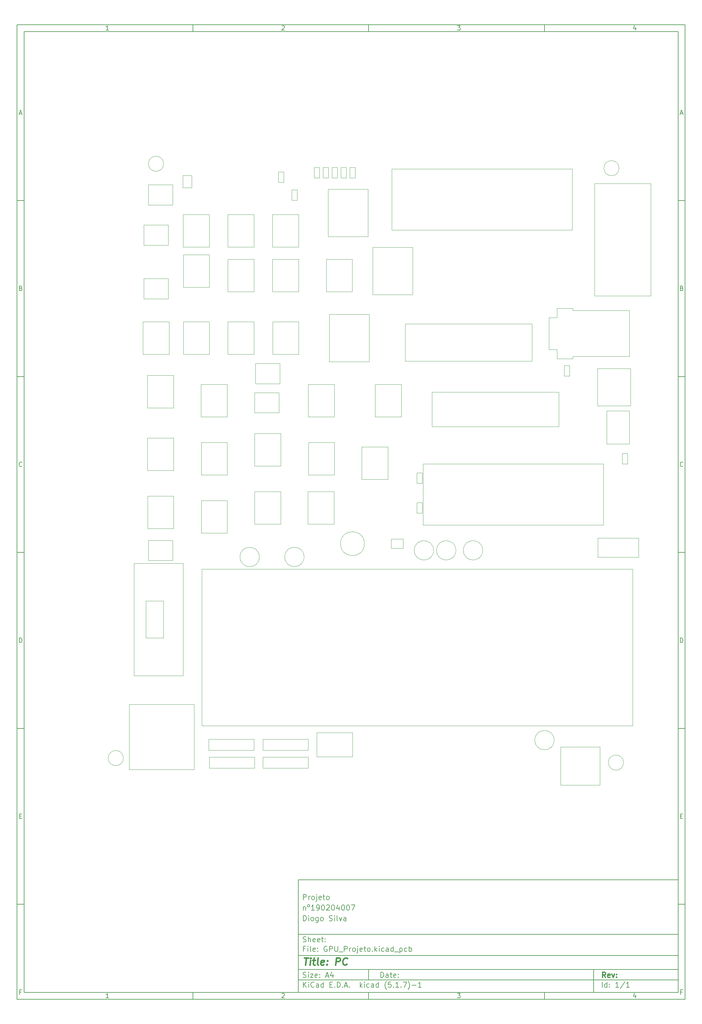
<source format=gbr>
%TF.GenerationSoftware,KiCad,Pcbnew,(5.1.7)-1*%
%TF.CreationDate,2021-02-02T03:53:03+00:00*%
%TF.ProjectId,GPU_Projeto,4750555f-5072-46f6-9a65-746f2e6b6963,rev?*%
%TF.SameCoordinates,Original*%
%TF.FileFunction,Other,User*%
%FSLAX46Y46*%
G04 Gerber Fmt 4.6, Leading zero omitted, Abs format (unit mm)*
G04 Created by KiCad (PCBNEW (5.1.7)-1) date 2021-02-02 03:53:03*
%MOMM*%
%LPD*%
G01*
G04 APERTURE LIST*
%ADD10C,0.100000*%
%ADD11C,0.150000*%
%ADD12C,0.300000*%
%ADD13C,0.400000*%
%ADD14C,0.050000*%
G04 APERTURE END LIST*
D10*
D11*
X90007200Y-253002200D02*
X90007200Y-285002200D01*
X198007200Y-285002200D01*
X198007200Y-253002200D01*
X90007200Y-253002200D01*
D10*
D11*
X10000000Y-10000000D02*
X10000000Y-287002200D01*
X200007200Y-287002200D01*
X200007200Y-10000000D01*
X10000000Y-10000000D01*
D10*
D11*
X12000000Y-12000000D02*
X12000000Y-285002200D01*
X198007200Y-285002200D01*
X198007200Y-12000000D01*
X12000000Y-12000000D01*
D10*
D11*
X60000000Y-12000000D02*
X60000000Y-10000000D01*
D10*
D11*
X110000000Y-12000000D02*
X110000000Y-10000000D01*
D10*
D11*
X160000000Y-12000000D02*
X160000000Y-10000000D01*
D10*
D11*
X36065476Y-11588095D02*
X35322619Y-11588095D01*
X35694047Y-11588095D02*
X35694047Y-10288095D01*
X35570238Y-10473809D01*
X35446428Y-10597619D01*
X35322619Y-10659523D01*
D10*
D11*
X85322619Y-10411904D02*
X85384523Y-10350000D01*
X85508333Y-10288095D01*
X85817857Y-10288095D01*
X85941666Y-10350000D01*
X86003571Y-10411904D01*
X86065476Y-10535714D01*
X86065476Y-10659523D01*
X86003571Y-10845238D01*
X85260714Y-11588095D01*
X86065476Y-11588095D01*
D10*
D11*
X135260714Y-10288095D02*
X136065476Y-10288095D01*
X135632142Y-10783333D01*
X135817857Y-10783333D01*
X135941666Y-10845238D01*
X136003571Y-10907142D01*
X136065476Y-11030952D01*
X136065476Y-11340476D01*
X136003571Y-11464285D01*
X135941666Y-11526190D01*
X135817857Y-11588095D01*
X135446428Y-11588095D01*
X135322619Y-11526190D01*
X135260714Y-11464285D01*
D10*
D11*
X185941666Y-10721428D02*
X185941666Y-11588095D01*
X185632142Y-10226190D02*
X185322619Y-11154761D01*
X186127380Y-11154761D01*
D10*
D11*
X60000000Y-285002200D02*
X60000000Y-287002200D01*
D10*
D11*
X110000000Y-285002200D02*
X110000000Y-287002200D01*
D10*
D11*
X160000000Y-285002200D02*
X160000000Y-287002200D01*
D10*
D11*
X36065476Y-286590295D02*
X35322619Y-286590295D01*
X35694047Y-286590295D02*
X35694047Y-285290295D01*
X35570238Y-285476009D01*
X35446428Y-285599819D01*
X35322619Y-285661723D01*
D10*
D11*
X85322619Y-285414104D02*
X85384523Y-285352200D01*
X85508333Y-285290295D01*
X85817857Y-285290295D01*
X85941666Y-285352200D01*
X86003571Y-285414104D01*
X86065476Y-285537914D01*
X86065476Y-285661723D01*
X86003571Y-285847438D01*
X85260714Y-286590295D01*
X86065476Y-286590295D01*
D10*
D11*
X135260714Y-285290295D02*
X136065476Y-285290295D01*
X135632142Y-285785533D01*
X135817857Y-285785533D01*
X135941666Y-285847438D01*
X136003571Y-285909342D01*
X136065476Y-286033152D01*
X136065476Y-286342676D01*
X136003571Y-286466485D01*
X135941666Y-286528390D01*
X135817857Y-286590295D01*
X135446428Y-286590295D01*
X135322619Y-286528390D01*
X135260714Y-286466485D01*
D10*
D11*
X185941666Y-285723628D02*
X185941666Y-286590295D01*
X185632142Y-285228390D02*
X185322619Y-286156961D01*
X186127380Y-286156961D01*
D10*
D11*
X10000000Y-60000000D02*
X12000000Y-60000000D01*
D10*
D11*
X10000000Y-110000000D02*
X12000000Y-110000000D01*
D10*
D11*
X10000000Y-160000000D02*
X12000000Y-160000000D01*
D10*
D11*
X10000000Y-210000000D02*
X12000000Y-210000000D01*
D10*
D11*
X10000000Y-260000000D02*
X12000000Y-260000000D01*
D10*
D11*
X10690476Y-35216666D02*
X11309523Y-35216666D01*
X10566666Y-35588095D02*
X11000000Y-34288095D01*
X11433333Y-35588095D01*
D10*
D11*
X11092857Y-84907142D02*
X11278571Y-84969047D01*
X11340476Y-85030952D01*
X11402380Y-85154761D01*
X11402380Y-85340476D01*
X11340476Y-85464285D01*
X11278571Y-85526190D01*
X11154761Y-85588095D01*
X10659523Y-85588095D01*
X10659523Y-84288095D01*
X11092857Y-84288095D01*
X11216666Y-84350000D01*
X11278571Y-84411904D01*
X11340476Y-84535714D01*
X11340476Y-84659523D01*
X11278571Y-84783333D01*
X11216666Y-84845238D01*
X11092857Y-84907142D01*
X10659523Y-84907142D01*
D10*
D11*
X11402380Y-135464285D02*
X11340476Y-135526190D01*
X11154761Y-135588095D01*
X11030952Y-135588095D01*
X10845238Y-135526190D01*
X10721428Y-135402380D01*
X10659523Y-135278571D01*
X10597619Y-135030952D01*
X10597619Y-134845238D01*
X10659523Y-134597619D01*
X10721428Y-134473809D01*
X10845238Y-134350000D01*
X11030952Y-134288095D01*
X11154761Y-134288095D01*
X11340476Y-134350000D01*
X11402380Y-134411904D01*
D10*
D11*
X10659523Y-185588095D02*
X10659523Y-184288095D01*
X10969047Y-184288095D01*
X11154761Y-184350000D01*
X11278571Y-184473809D01*
X11340476Y-184597619D01*
X11402380Y-184845238D01*
X11402380Y-185030952D01*
X11340476Y-185278571D01*
X11278571Y-185402380D01*
X11154761Y-185526190D01*
X10969047Y-185588095D01*
X10659523Y-185588095D01*
D10*
D11*
X10721428Y-234907142D02*
X11154761Y-234907142D01*
X11340476Y-235588095D02*
X10721428Y-235588095D01*
X10721428Y-234288095D01*
X11340476Y-234288095D01*
D10*
D11*
X11185714Y-284907142D02*
X10752380Y-284907142D01*
X10752380Y-285588095D02*
X10752380Y-284288095D01*
X11371428Y-284288095D01*
D10*
D11*
X200007200Y-60000000D02*
X198007200Y-60000000D01*
D10*
D11*
X200007200Y-110000000D02*
X198007200Y-110000000D01*
D10*
D11*
X200007200Y-160000000D02*
X198007200Y-160000000D01*
D10*
D11*
X200007200Y-210000000D02*
X198007200Y-210000000D01*
D10*
D11*
X200007200Y-260000000D02*
X198007200Y-260000000D01*
D10*
D11*
X198697676Y-35216666D02*
X199316723Y-35216666D01*
X198573866Y-35588095D02*
X199007200Y-34288095D01*
X199440533Y-35588095D01*
D10*
D11*
X199100057Y-84907142D02*
X199285771Y-84969047D01*
X199347676Y-85030952D01*
X199409580Y-85154761D01*
X199409580Y-85340476D01*
X199347676Y-85464285D01*
X199285771Y-85526190D01*
X199161961Y-85588095D01*
X198666723Y-85588095D01*
X198666723Y-84288095D01*
X199100057Y-84288095D01*
X199223866Y-84350000D01*
X199285771Y-84411904D01*
X199347676Y-84535714D01*
X199347676Y-84659523D01*
X199285771Y-84783333D01*
X199223866Y-84845238D01*
X199100057Y-84907142D01*
X198666723Y-84907142D01*
D10*
D11*
X199409580Y-135464285D02*
X199347676Y-135526190D01*
X199161961Y-135588095D01*
X199038152Y-135588095D01*
X198852438Y-135526190D01*
X198728628Y-135402380D01*
X198666723Y-135278571D01*
X198604819Y-135030952D01*
X198604819Y-134845238D01*
X198666723Y-134597619D01*
X198728628Y-134473809D01*
X198852438Y-134350000D01*
X199038152Y-134288095D01*
X199161961Y-134288095D01*
X199347676Y-134350000D01*
X199409580Y-134411904D01*
D10*
D11*
X198666723Y-185588095D02*
X198666723Y-184288095D01*
X198976247Y-184288095D01*
X199161961Y-184350000D01*
X199285771Y-184473809D01*
X199347676Y-184597619D01*
X199409580Y-184845238D01*
X199409580Y-185030952D01*
X199347676Y-185278571D01*
X199285771Y-185402380D01*
X199161961Y-185526190D01*
X198976247Y-185588095D01*
X198666723Y-185588095D01*
D10*
D11*
X198728628Y-234907142D02*
X199161961Y-234907142D01*
X199347676Y-235588095D02*
X198728628Y-235588095D01*
X198728628Y-234288095D01*
X199347676Y-234288095D01*
D10*
D11*
X199192914Y-284907142D02*
X198759580Y-284907142D01*
X198759580Y-285588095D02*
X198759580Y-284288095D01*
X199378628Y-284288095D01*
D10*
D11*
X113439342Y-280780771D02*
X113439342Y-279280771D01*
X113796485Y-279280771D01*
X114010771Y-279352200D01*
X114153628Y-279495057D01*
X114225057Y-279637914D01*
X114296485Y-279923628D01*
X114296485Y-280137914D01*
X114225057Y-280423628D01*
X114153628Y-280566485D01*
X114010771Y-280709342D01*
X113796485Y-280780771D01*
X113439342Y-280780771D01*
X115582200Y-280780771D02*
X115582200Y-279995057D01*
X115510771Y-279852200D01*
X115367914Y-279780771D01*
X115082200Y-279780771D01*
X114939342Y-279852200D01*
X115582200Y-280709342D02*
X115439342Y-280780771D01*
X115082200Y-280780771D01*
X114939342Y-280709342D01*
X114867914Y-280566485D01*
X114867914Y-280423628D01*
X114939342Y-280280771D01*
X115082200Y-280209342D01*
X115439342Y-280209342D01*
X115582200Y-280137914D01*
X116082200Y-279780771D02*
X116653628Y-279780771D01*
X116296485Y-279280771D02*
X116296485Y-280566485D01*
X116367914Y-280709342D01*
X116510771Y-280780771D01*
X116653628Y-280780771D01*
X117725057Y-280709342D02*
X117582200Y-280780771D01*
X117296485Y-280780771D01*
X117153628Y-280709342D01*
X117082200Y-280566485D01*
X117082200Y-279995057D01*
X117153628Y-279852200D01*
X117296485Y-279780771D01*
X117582200Y-279780771D01*
X117725057Y-279852200D01*
X117796485Y-279995057D01*
X117796485Y-280137914D01*
X117082200Y-280280771D01*
X118439342Y-280637914D02*
X118510771Y-280709342D01*
X118439342Y-280780771D01*
X118367914Y-280709342D01*
X118439342Y-280637914D01*
X118439342Y-280780771D01*
X118439342Y-279852200D02*
X118510771Y-279923628D01*
X118439342Y-279995057D01*
X118367914Y-279923628D01*
X118439342Y-279852200D01*
X118439342Y-279995057D01*
D10*
D11*
X90007200Y-281502200D02*
X198007200Y-281502200D01*
D10*
D11*
X91439342Y-283580771D02*
X91439342Y-282080771D01*
X92296485Y-283580771D02*
X91653628Y-282723628D01*
X92296485Y-282080771D02*
X91439342Y-282937914D01*
X92939342Y-283580771D02*
X92939342Y-282580771D01*
X92939342Y-282080771D02*
X92867914Y-282152200D01*
X92939342Y-282223628D01*
X93010771Y-282152200D01*
X92939342Y-282080771D01*
X92939342Y-282223628D01*
X94510771Y-283437914D02*
X94439342Y-283509342D01*
X94225057Y-283580771D01*
X94082200Y-283580771D01*
X93867914Y-283509342D01*
X93725057Y-283366485D01*
X93653628Y-283223628D01*
X93582200Y-282937914D01*
X93582200Y-282723628D01*
X93653628Y-282437914D01*
X93725057Y-282295057D01*
X93867914Y-282152200D01*
X94082200Y-282080771D01*
X94225057Y-282080771D01*
X94439342Y-282152200D01*
X94510771Y-282223628D01*
X95796485Y-283580771D02*
X95796485Y-282795057D01*
X95725057Y-282652200D01*
X95582200Y-282580771D01*
X95296485Y-282580771D01*
X95153628Y-282652200D01*
X95796485Y-283509342D02*
X95653628Y-283580771D01*
X95296485Y-283580771D01*
X95153628Y-283509342D01*
X95082200Y-283366485D01*
X95082200Y-283223628D01*
X95153628Y-283080771D01*
X95296485Y-283009342D01*
X95653628Y-283009342D01*
X95796485Y-282937914D01*
X97153628Y-283580771D02*
X97153628Y-282080771D01*
X97153628Y-283509342D02*
X97010771Y-283580771D01*
X96725057Y-283580771D01*
X96582200Y-283509342D01*
X96510771Y-283437914D01*
X96439342Y-283295057D01*
X96439342Y-282866485D01*
X96510771Y-282723628D01*
X96582200Y-282652200D01*
X96725057Y-282580771D01*
X97010771Y-282580771D01*
X97153628Y-282652200D01*
X99010771Y-282795057D02*
X99510771Y-282795057D01*
X99725057Y-283580771D02*
X99010771Y-283580771D01*
X99010771Y-282080771D01*
X99725057Y-282080771D01*
X100367914Y-283437914D02*
X100439342Y-283509342D01*
X100367914Y-283580771D01*
X100296485Y-283509342D01*
X100367914Y-283437914D01*
X100367914Y-283580771D01*
X101082200Y-283580771D02*
X101082200Y-282080771D01*
X101439342Y-282080771D01*
X101653628Y-282152200D01*
X101796485Y-282295057D01*
X101867914Y-282437914D01*
X101939342Y-282723628D01*
X101939342Y-282937914D01*
X101867914Y-283223628D01*
X101796485Y-283366485D01*
X101653628Y-283509342D01*
X101439342Y-283580771D01*
X101082200Y-283580771D01*
X102582200Y-283437914D02*
X102653628Y-283509342D01*
X102582200Y-283580771D01*
X102510771Y-283509342D01*
X102582200Y-283437914D01*
X102582200Y-283580771D01*
X103225057Y-283152200D02*
X103939342Y-283152200D01*
X103082200Y-283580771D02*
X103582200Y-282080771D01*
X104082200Y-283580771D01*
X104582200Y-283437914D02*
X104653628Y-283509342D01*
X104582200Y-283580771D01*
X104510771Y-283509342D01*
X104582200Y-283437914D01*
X104582200Y-283580771D01*
X107582200Y-283580771D02*
X107582200Y-282080771D01*
X107725057Y-283009342D02*
X108153628Y-283580771D01*
X108153628Y-282580771D02*
X107582200Y-283152200D01*
X108796485Y-283580771D02*
X108796485Y-282580771D01*
X108796485Y-282080771D02*
X108725057Y-282152200D01*
X108796485Y-282223628D01*
X108867914Y-282152200D01*
X108796485Y-282080771D01*
X108796485Y-282223628D01*
X110153628Y-283509342D02*
X110010771Y-283580771D01*
X109725057Y-283580771D01*
X109582200Y-283509342D01*
X109510771Y-283437914D01*
X109439342Y-283295057D01*
X109439342Y-282866485D01*
X109510771Y-282723628D01*
X109582200Y-282652200D01*
X109725057Y-282580771D01*
X110010771Y-282580771D01*
X110153628Y-282652200D01*
X111439342Y-283580771D02*
X111439342Y-282795057D01*
X111367914Y-282652200D01*
X111225057Y-282580771D01*
X110939342Y-282580771D01*
X110796485Y-282652200D01*
X111439342Y-283509342D02*
X111296485Y-283580771D01*
X110939342Y-283580771D01*
X110796485Y-283509342D01*
X110725057Y-283366485D01*
X110725057Y-283223628D01*
X110796485Y-283080771D01*
X110939342Y-283009342D01*
X111296485Y-283009342D01*
X111439342Y-282937914D01*
X112796485Y-283580771D02*
X112796485Y-282080771D01*
X112796485Y-283509342D02*
X112653628Y-283580771D01*
X112367914Y-283580771D01*
X112225057Y-283509342D01*
X112153628Y-283437914D01*
X112082200Y-283295057D01*
X112082200Y-282866485D01*
X112153628Y-282723628D01*
X112225057Y-282652200D01*
X112367914Y-282580771D01*
X112653628Y-282580771D01*
X112796485Y-282652200D01*
X115082200Y-284152200D02*
X115010771Y-284080771D01*
X114867914Y-283866485D01*
X114796485Y-283723628D01*
X114725057Y-283509342D01*
X114653628Y-283152200D01*
X114653628Y-282866485D01*
X114725057Y-282509342D01*
X114796485Y-282295057D01*
X114867914Y-282152200D01*
X115010771Y-281937914D01*
X115082200Y-281866485D01*
X116367914Y-282080771D02*
X115653628Y-282080771D01*
X115582200Y-282795057D01*
X115653628Y-282723628D01*
X115796485Y-282652200D01*
X116153628Y-282652200D01*
X116296485Y-282723628D01*
X116367914Y-282795057D01*
X116439342Y-282937914D01*
X116439342Y-283295057D01*
X116367914Y-283437914D01*
X116296485Y-283509342D01*
X116153628Y-283580771D01*
X115796485Y-283580771D01*
X115653628Y-283509342D01*
X115582200Y-283437914D01*
X117082200Y-283437914D02*
X117153628Y-283509342D01*
X117082200Y-283580771D01*
X117010771Y-283509342D01*
X117082200Y-283437914D01*
X117082200Y-283580771D01*
X118582200Y-283580771D02*
X117725057Y-283580771D01*
X118153628Y-283580771D02*
X118153628Y-282080771D01*
X118010771Y-282295057D01*
X117867914Y-282437914D01*
X117725057Y-282509342D01*
X119225057Y-283437914D02*
X119296485Y-283509342D01*
X119225057Y-283580771D01*
X119153628Y-283509342D01*
X119225057Y-283437914D01*
X119225057Y-283580771D01*
X119796485Y-282080771D02*
X120796485Y-282080771D01*
X120153628Y-283580771D01*
X121225057Y-284152200D02*
X121296485Y-284080771D01*
X121439342Y-283866485D01*
X121510771Y-283723628D01*
X121582200Y-283509342D01*
X121653628Y-283152200D01*
X121653628Y-282866485D01*
X121582200Y-282509342D01*
X121510771Y-282295057D01*
X121439342Y-282152200D01*
X121296485Y-281937914D01*
X121225057Y-281866485D01*
X122367914Y-283009342D02*
X123510771Y-283009342D01*
X125010771Y-283580771D02*
X124153628Y-283580771D01*
X124582200Y-283580771D02*
X124582200Y-282080771D01*
X124439342Y-282295057D01*
X124296485Y-282437914D01*
X124153628Y-282509342D01*
D10*
D11*
X90007200Y-278502200D02*
X198007200Y-278502200D01*
D10*
D12*
X177416485Y-280780771D02*
X176916485Y-280066485D01*
X176559342Y-280780771D02*
X176559342Y-279280771D01*
X177130771Y-279280771D01*
X177273628Y-279352200D01*
X177345057Y-279423628D01*
X177416485Y-279566485D01*
X177416485Y-279780771D01*
X177345057Y-279923628D01*
X177273628Y-279995057D01*
X177130771Y-280066485D01*
X176559342Y-280066485D01*
X178630771Y-280709342D02*
X178487914Y-280780771D01*
X178202200Y-280780771D01*
X178059342Y-280709342D01*
X177987914Y-280566485D01*
X177987914Y-279995057D01*
X178059342Y-279852200D01*
X178202200Y-279780771D01*
X178487914Y-279780771D01*
X178630771Y-279852200D01*
X178702200Y-279995057D01*
X178702200Y-280137914D01*
X177987914Y-280280771D01*
X179202200Y-279780771D02*
X179559342Y-280780771D01*
X179916485Y-279780771D01*
X180487914Y-280637914D02*
X180559342Y-280709342D01*
X180487914Y-280780771D01*
X180416485Y-280709342D01*
X180487914Y-280637914D01*
X180487914Y-280780771D01*
X180487914Y-279852200D02*
X180559342Y-279923628D01*
X180487914Y-279995057D01*
X180416485Y-279923628D01*
X180487914Y-279852200D01*
X180487914Y-279995057D01*
D10*
D11*
X91367914Y-280709342D02*
X91582200Y-280780771D01*
X91939342Y-280780771D01*
X92082200Y-280709342D01*
X92153628Y-280637914D01*
X92225057Y-280495057D01*
X92225057Y-280352200D01*
X92153628Y-280209342D01*
X92082200Y-280137914D01*
X91939342Y-280066485D01*
X91653628Y-279995057D01*
X91510771Y-279923628D01*
X91439342Y-279852200D01*
X91367914Y-279709342D01*
X91367914Y-279566485D01*
X91439342Y-279423628D01*
X91510771Y-279352200D01*
X91653628Y-279280771D01*
X92010771Y-279280771D01*
X92225057Y-279352200D01*
X92867914Y-280780771D02*
X92867914Y-279780771D01*
X92867914Y-279280771D02*
X92796485Y-279352200D01*
X92867914Y-279423628D01*
X92939342Y-279352200D01*
X92867914Y-279280771D01*
X92867914Y-279423628D01*
X93439342Y-279780771D02*
X94225057Y-279780771D01*
X93439342Y-280780771D01*
X94225057Y-280780771D01*
X95367914Y-280709342D02*
X95225057Y-280780771D01*
X94939342Y-280780771D01*
X94796485Y-280709342D01*
X94725057Y-280566485D01*
X94725057Y-279995057D01*
X94796485Y-279852200D01*
X94939342Y-279780771D01*
X95225057Y-279780771D01*
X95367914Y-279852200D01*
X95439342Y-279995057D01*
X95439342Y-280137914D01*
X94725057Y-280280771D01*
X96082200Y-280637914D02*
X96153628Y-280709342D01*
X96082200Y-280780771D01*
X96010771Y-280709342D01*
X96082200Y-280637914D01*
X96082200Y-280780771D01*
X96082200Y-279852200D02*
X96153628Y-279923628D01*
X96082200Y-279995057D01*
X96010771Y-279923628D01*
X96082200Y-279852200D01*
X96082200Y-279995057D01*
X97867914Y-280352200D02*
X98582200Y-280352200D01*
X97725057Y-280780771D02*
X98225057Y-279280771D01*
X98725057Y-280780771D01*
X99867914Y-279780771D02*
X99867914Y-280780771D01*
X99510771Y-279209342D02*
X99153628Y-280280771D01*
X100082200Y-280280771D01*
D10*
D11*
X176439342Y-283580771D02*
X176439342Y-282080771D01*
X177796485Y-283580771D02*
X177796485Y-282080771D01*
X177796485Y-283509342D02*
X177653628Y-283580771D01*
X177367914Y-283580771D01*
X177225057Y-283509342D01*
X177153628Y-283437914D01*
X177082200Y-283295057D01*
X177082200Y-282866485D01*
X177153628Y-282723628D01*
X177225057Y-282652200D01*
X177367914Y-282580771D01*
X177653628Y-282580771D01*
X177796485Y-282652200D01*
X178510771Y-283437914D02*
X178582200Y-283509342D01*
X178510771Y-283580771D01*
X178439342Y-283509342D01*
X178510771Y-283437914D01*
X178510771Y-283580771D01*
X178510771Y-282652200D02*
X178582200Y-282723628D01*
X178510771Y-282795057D01*
X178439342Y-282723628D01*
X178510771Y-282652200D01*
X178510771Y-282795057D01*
X181153628Y-283580771D02*
X180296485Y-283580771D01*
X180725057Y-283580771D02*
X180725057Y-282080771D01*
X180582200Y-282295057D01*
X180439342Y-282437914D01*
X180296485Y-282509342D01*
X182867914Y-282009342D02*
X181582200Y-283937914D01*
X184153628Y-283580771D02*
X183296485Y-283580771D01*
X183725057Y-283580771D02*
X183725057Y-282080771D01*
X183582200Y-282295057D01*
X183439342Y-282437914D01*
X183296485Y-282509342D01*
D10*
D11*
X90007200Y-274502200D02*
X198007200Y-274502200D01*
D10*
D13*
X91719580Y-275206961D02*
X92862438Y-275206961D01*
X92041009Y-277206961D02*
X92291009Y-275206961D01*
X93279104Y-277206961D02*
X93445771Y-275873628D01*
X93529104Y-275206961D02*
X93421961Y-275302200D01*
X93505295Y-275397438D01*
X93612438Y-275302200D01*
X93529104Y-275206961D01*
X93505295Y-275397438D01*
X94112438Y-275873628D02*
X94874342Y-275873628D01*
X94481485Y-275206961D02*
X94267200Y-276921247D01*
X94338628Y-277111723D01*
X94517200Y-277206961D01*
X94707676Y-277206961D01*
X95660057Y-277206961D02*
X95481485Y-277111723D01*
X95410057Y-276921247D01*
X95624342Y-275206961D01*
X97195771Y-277111723D02*
X96993390Y-277206961D01*
X96612438Y-277206961D01*
X96433866Y-277111723D01*
X96362438Y-276921247D01*
X96457676Y-276159342D01*
X96576723Y-275968866D01*
X96779104Y-275873628D01*
X97160057Y-275873628D01*
X97338628Y-275968866D01*
X97410057Y-276159342D01*
X97386247Y-276349819D01*
X96410057Y-276540295D01*
X98160057Y-277016485D02*
X98243390Y-277111723D01*
X98136247Y-277206961D01*
X98052914Y-277111723D01*
X98160057Y-277016485D01*
X98136247Y-277206961D01*
X98291009Y-275968866D02*
X98374342Y-276064104D01*
X98267200Y-276159342D01*
X98183866Y-276064104D01*
X98291009Y-275968866D01*
X98267200Y-276159342D01*
X100612438Y-277206961D02*
X100862438Y-275206961D01*
X101624342Y-275206961D01*
X101802914Y-275302200D01*
X101886247Y-275397438D01*
X101957676Y-275587914D01*
X101921961Y-275873628D01*
X101802914Y-276064104D01*
X101695771Y-276159342D01*
X101493390Y-276254580D01*
X100731485Y-276254580D01*
X103779104Y-277016485D02*
X103671961Y-277111723D01*
X103374342Y-277206961D01*
X103183866Y-277206961D01*
X102910057Y-277111723D01*
X102743390Y-276921247D01*
X102671961Y-276730771D01*
X102624342Y-276349819D01*
X102660057Y-276064104D01*
X102802914Y-275683152D01*
X102921961Y-275492676D01*
X103136247Y-275302200D01*
X103433866Y-275206961D01*
X103624342Y-275206961D01*
X103898152Y-275302200D01*
X103981485Y-275397438D01*
D10*
D11*
X91939342Y-272595057D02*
X91439342Y-272595057D01*
X91439342Y-273380771D02*
X91439342Y-271880771D01*
X92153628Y-271880771D01*
X92725057Y-273380771D02*
X92725057Y-272380771D01*
X92725057Y-271880771D02*
X92653628Y-271952200D01*
X92725057Y-272023628D01*
X92796485Y-271952200D01*
X92725057Y-271880771D01*
X92725057Y-272023628D01*
X93653628Y-273380771D02*
X93510771Y-273309342D01*
X93439342Y-273166485D01*
X93439342Y-271880771D01*
X94796485Y-273309342D02*
X94653628Y-273380771D01*
X94367914Y-273380771D01*
X94225057Y-273309342D01*
X94153628Y-273166485D01*
X94153628Y-272595057D01*
X94225057Y-272452200D01*
X94367914Y-272380771D01*
X94653628Y-272380771D01*
X94796485Y-272452200D01*
X94867914Y-272595057D01*
X94867914Y-272737914D01*
X94153628Y-272880771D01*
X95510771Y-273237914D02*
X95582200Y-273309342D01*
X95510771Y-273380771D01*
X95439342Y-273309342D01*
X95510771Y-273237914D01*
X95510771Y-273380771D01*
X95510771Y-272452200D02*
X95582200Y-272523628D01*
X95510771Y-272595057D01*
X95439342Y-272523628D01*
X95510771Y-272452200D01*
X95510771Y-272595057D01*
X98153628Y-271952200D02*
X98010771Y-271880771D01*
X97796485Y-271880771D01*
X97582200Y-271952200D01*
X97439342Y-272095057D01*
X97367914Y-272237914D01*
X97296485Y-272523628D01*
X97296485Y-272737914D01*
X97367914Y-273023628D01*
X97439342Y-273166485D01*
X97582200Y-273309342D01*
X97796485Y-273380771D01*
X97939342Y-273380771D01*
X98153628Y-273309342D01*
X98225057Y-273237914D01*
X98225057Y-272737914D01*
X97939342Y-272737914D01*
X98867914Y-273380771D02*
X98867914Y-271880771D01*
X99439342Y-271880771D01*
X99582200Y-271952200D01*
X99653628Y-272023628D01*
X99725057Y-272166485D01*
X99725057Y-272380771D01*
X99653628Y-272523628D01*
X99582200Y-272595057D01*
X99439342Y-272666485D01*
X98867914Y-272666485D01*
X100367914Y-271880771D02*
X100367914Y-273095057D01*
X100439342Y-273237914D01*
X100510771Y-273309342D01*
X100653628Y-273380771D01*
X100939342Y-273380771D01*
X101082200Y-273309342D01*
X101153628Y-273237914D01*
X101225057Y-273095057D01*
X101225057Y-271880771D01*
X101582200Y-273523628D02*
X102725057Y-273523628D01*
X103082200Y-273380771D02*
X103082200Y-271880771D01*
X103653628Y-271880771D01*
X103796485Y-271952200D01*
X103867914Y-272023628D01*
X103939342Y-272166485D01*
X103939342Y-272380771D01*
X103867914Y-272523628D01*
X103796485Y-272595057D01*
X103653628Y-272666485D01*
X103082200Y-272666485D01*
X104582200Y-273380771D02*
X104582200Y-272380771D01*
X104582200Y-272666485D02*
X104653628Y-272523628D01*
X104725057Y-272452200D01*
X104867914Y-272380771D01*
X105010771Y-272380771D01*
X105725057Y-273380771D02*
X105582200Y-273309342D01*
X105510771Y-273237914D01*
X105439342Y-273095057D01*
X105439342Y-272666485D01*
X105510771Y-272523628D01*
X105582200Y-272452200D01*
X105725057Y-272380771D01*
X105939342Y-272380771D01*
X106082200Y-272452200D01*
X106153628Y-272523628D01*
X106225057Y-272666485D01*
X106225057Y-273095057D01*
X106153628Y-273237914D01*
X106082200Y-273309342D01*
X105939342Y-273380771D01*
X105725057Y-273380771D01*
X106867914Y-272380771D02*
X106867914Y-273666485D01*
X106796485Y-273809342D01*
X106653628Y-273880771D01*
X106582200Y-273880771D01*
X106867914Y-271880771D02*
X106796485Y-271952200D01*
X106867914Y-272023628D01*
X106939342Y-271952200D01*
X106867914Y-271880771D01*
X106867914Y-272023628D01*
X108153628Y-273309342D02*
X108010771Y-273380771D01*
X107725057Y-273380771D01*
X107582200Y-273309342D01*
X107510771Y-273166485D01*
X107510771Y-272595057D01*
X107582200Y-272452200D01*
X107725057Y-272380771D01*
X108010771Y-272380771D01*
X108153628Y-272452200D01*
X108225057Y-272595057D01*
X108225057Y-272737914D01*
X107510771Y-272880771D01*
X108653628Y-272380771D02*
X109225057Y-272380771D01*
X108867914Y-271880771D02*
X108867914Y-273166485D01*
X108939342Y-273309342D01*
X109082200Y-273380771D01*
X109225057Y-273380771D01*
X109939342Y-273380771D02*
X109796485Y-273309342D01*
X109725057Y-273237914D01*
X109653628Y-273095057D01*
X109653628Y-272666485D01*
X109725057Y-272523628D01*
X109796485Y-272452200D01*
X109939342Y-272380771D01*
X110153628Y-272380771D01*
X110296485Y-272452200D01*
X110367914Y-272523628D01*
X110439342Y-272666485D01*
X110439342Y-273095057D01*
X110367914Y-273237914D01*
X110296485Y-273309342D01*
X110153628Y-273380771D01*
X109939342Y-273380771D01*
X111082200Y-273237914D02*
X111153628Y-273309342D01*
X111082200Y-273380771D01*
X111010771Y-273309342D01*
X111082200Y-273237914D01*
X111082200Y-273380771D01*
X111796485Y-273380771D02*
X111796485Y-271880771D01*
X111939342Y-272809342D02*
X112367914Y-273380771D01*
X112367914Y-272380771D02*
X111796485Y-272952200D01*
X113010771Y-273380771D02*
X113010771Y-272380771D01*
X113010771Y-271880771D02*
X112939342Y-271952200D01*
X113010771Y-272023628D01*
X113082200Y-271952200D01*
X113010771Y-271880771D01*
X113010771Y-272023628D01*
X114367914Y-273309342D02*
X114225057Y-273380771D01*
X113939342Y-273380771D01*
X113796485Y-273309342D01*
X113725057Y-273237914D01*
X113653628Y-273095057D01*
X113653628Y-272666485D01*
X113725057Y-272523628D01*
X113796485Y-272452200D01*
X113939342Y-272380771D01*
X114225057Y-272380771D01*
X114367914Y-272452200D01*
X115653628Y-273380771D02*
X115653628Y-272595057D01*
X115582200Y-272452200D01*
X115439342Y-272380771D01*
X115153628Y-272380771D01*
X115010771Y-272452200D01*
X115653628Y-273309342D02*
X115510771Y-273380771D01*
X115153628Y-273380771D01*
X115010771Y-273309342D01*
X114939342Y-273166485D01*
X114939342Y-273023628D01*
X115010771Y-272880771D01*
X115153628Y-272809342D01*
X115510771Y-272809342D01*
X115653628Y-272737914D01*
X117010771Y-273380771D02*
X117010771Y-271880771D01*
X117010771Y-273309342D02*
X116867914Y-273380771D01*
X116582200Y-273380771D01*
X116439342Y-273309342D01*
X116367914Y-273237914D01*
X116296485Y-273095057D01*
X116296485Y-272666485D01*
X116367914Y-272523628D01*
X116439342Y-272452200D01*
X116582200Y-272380771D01*
X116867914Y-272380771D01*
X117010771Y-272452200D01*
X117367914Y-273523628D02*
X118510771Y-273523628D01*
X118867914Y-272380771D02*
X118867914Y-273880771D01*
X118867914Y-272452200D02*
X119010771Y-272380771D01*
X119296485Y-272380771D01*
X119439342Y-272452200D01*
X119510771Y-272523628D01*
X119582200Y-272666485D01*
X119582200Y-273095057D01*
X119510771Y-273237914D01*
X119439342Y-273309342D01*
X119296485Y-273380771D01*
X119010771Y-273380771D01*
X118867914Y-273309342D01*
X120867914Y-273309342D02*
X120725057Y-273380771D01*
X120439342Y-273380771D01*
X120296485Y-273309342D01*
X120225057Y-273237914D01*
X120153628Y-273095057D01*
X120153628Y-272666485D01*
X120225057Y-272523628D01*
X120296485Y-272452200D01*
X120439342Y-272380771D01*
X120725057Y-272380771D01*
X120867914Y-272452200D01*
X121510771Y-273380771D02*
X121510771Y-271880771D01*
X121510771Y-272452200D02*
X121653628Y-272380771D01*
X121939342Y-272380771D01*
X122082200Y-272452200D01*
X122153628Y-272523628D01*
X122225057Y-272666485D01*
X122225057Y-273095057D01*
X122153628Y-273237914D01*
X122082200Y-273309342D01*
X121939342Y-273380771D01*
X121653628Y-273380771D01*
X121510771Y-273309342D01*
D10*
D11*
X90007200Y-268502200D02*
X198007200Y-268502200D01*
D10*
D11*
X91367914Y-270609342D02*
X91582200Y-270680771D01*
X91939342Y-270680771D01*
X92082200Y-270609342D01*
X92153628Y-270537914D01*
X92225057Y-270395057D01*
X92225057Y-270252200D01*
X92153628Y-270109342D01*
X92082200Y-270037914D01*
X91939342Y-269966485D01*
X91653628Y-269895057D01*
X91510771Y-269823628D01*
X91439342Y-269752200D01*
X91367914Y-269609342D01*
X91367914Y-269466485D01*
X91439342Y-269323628D01*
X91510771Y-269252200D01*
X91653628Y-269180771D01*
X92010771Y-269180771D01*
X92225057Y-269252200D01*
X92867914Y-270680771D02*
X92867914Y-269180771D01*
X93510771Y-270680771D02*
X93510771Y-269895057D01*
X93439342Y-269752200D01*
X93296485Y-269680771D01*
X93082200Y-269680771D01*
X92939342Y-269752200D01*
X92867914Y-269823628D01*
X94796485Y-270609342D02*
X94653628Y-270680771D01*
X94367914Y-270680771D01*
X94225057Y-270609342D01*
X94153628Y-270466485D01*
X94153628Y-269895057D01*
X94225057Y-269752200D01*
X94367914Y-269680771D01*
X94653628Y-269680771D01*
X94796485Y-269752200D01*
X94867914Y-269895057D01*
X94867914Y-270037914D01*
X94153628Y-270180771D01*
X96082200Y-270609342D02*
X95939342Y-270680771D01*
X95653628Y-270680771D01*
X95510771Y-270609342D01*
X95439342Y-270466485D01*
X95439342Y-269895057D01*
X95510771Y-269752200D01*
X95653628Y-269680771D01*
X95939342Y-269680771D01*
X96082200Y-269752200D01*
X96153628Y-269895057D01*
X96153628Y-270037914D01*
X95439342Y-270180771D01*
X96582200Y-269680771D02*
X97153628Y-269680771D01*
X96796485Y-269180771D02*
X96796485Y-270466485D01*
X96867914Y-270609342D01*
X97010771Y-270680771D01*
X97153628Y-270680771D01*
X97653628Y-270537914D02*
X97725057Y-270609342D01*
X97653628Y-270680771D01*
X97582200Y-270609342D01*
X97653628Y-270537914D01*
X97653628Y-270680771D01*
X97653628Y-269752200D02*
X97725057Y-269823628D01*
X97653628Y-269895057D01*
X97582200Y-269823628D01*
X97653628Y-269752200D01*
X97653628Y-269895057D01*
D10*
D11*
X91439342Y-264680771D02*
X91439342Y-263180771D01*
X91796485Y-263180771D01*
X92010771Y-263252200D01*
X92153628Y-263395057D01*
X92225057Y-263537914D01*
X92296485Y-263823628D01*
X92296485Y-264037914D01*
X92225057Y-264323628D01*
X92153628Y-264466485D01*
X92010771Y-264609342D01*
X91796485Y-264680771D01*
X91439342Y-264680771D01*
X92939342Y-264680771D02*
X92939342Y-263680771D01*
X92939342Y-263180771D02*
X92867914Y-263252200D01*
X92939342Y-263323628D01*
X93010771Y-263252200D01*
X92939342Y-263180771D01*
X92939342Y-263323628D01*
X93867914Y-264680771D02*
X93725057Y-264609342D01*
X93653628Y-264537914D01*
X93582200Y-264395057D01*
X93582200Y-263966485D01*
X93653628Y-263823628D01*
X93725057Y-263752200D01*
X93867914Y-263680771D01*
X94082200Y-263680771D01*
X94225057Y-263752200D01*
X94296485Y-263823628D01*
X94367914Y-263966485D01*
X94367914Y-264395057D01*
X94296485Y-264537914D01*
X94225057Y-264609342D01*
X94082200Y-264680771D01*
X93867914Y-264680771D01*
X95653628Y-263680771D02*
X95653628Y-264895057D01*
X95582200Y-265037914D01*
X95510771Y-265109342D01*
X95367914Y-265180771D01*
X95153628Y-265180771D01*
X95010771Y-265109342D01*
X95653628Y-264609342D02*
X95510771Y-264680771D01*
X95225057Y-264680771D01*
X95082200Y-264609342D01*
X95010771Y-264537914D01*
X94939342Y-264395057D01*
X94939342Y-263966485D01*
X95010771Y-263823628D01*
X95082200Y-263752200D01*
X95225057Y-263680771D01*
X95510771Y-263680771D01*
X95653628Y-263752200D01*
X96582200Y-264680771D02*
X96439342Y-264609342D01*
X96367914Y-264537914D01*
X96296485Y-264395057D01*
X96296485Y-263966485D01*
X96367914Y-263823628D01*
X96439342Y-263752200D01*
X96582200Y-263680771D01*
X96796485Y-263680771D01*
X96939342Y-263752200D01*
X97010771Y-263823628D01*
X97082200Y-263966485D01*
X97082200Y-264395057D01*
X97010771Y-264537914D01*
X96939342Y-264609342D01*
X96796485Y-264680771D01*
X96582200Y-264680771D01*
X98796485Y-264609342D02*
X99010771Y-264680771D01*
X99367914Y-264680771D01*
X99510771Y-264609342D01*
X99582200Y-264537914D01*
X99653628Y-264395057D01*
X99653628Y-264252200D01*
X99582200Y-264109342D01*
X99510771Y-264037914D01*
X99367914Y-263966485D01*
X99082200Y-263895057D01*
X98939342Y-263823628D01*
X98867914Y-263752200D01*
X98796485Y-263609342D01*
X98796485Y-263466485D01*
X98867914Y-263323628D01*
X98939342Y-263252200D01*
X99082200Y-263180771D01*
X99439342Y-263180771D01*
X99653628Y-263252200D01*
X100296485Y-264680771D02*
X100296485Y-263680771D01*
X100296485Y-263180771D02*
X100225057Y-263252200D01*
X100296485Y-263323628D01*
X100367914Y-263252200D01*
X100296485Y-263180771D01*
X100296485Y-263323628D01*
X101225057Y-264680771D02*
X101082200Y-264609342D01*
X101010771Y-264466485D01*
X101010771Y-263180771D01*
X101653628Y-263680771D02*
X102010771Y-264680771D01*
X102367914Y-263680771D01*
X103582200Y-264680771D02*
X103582200Y-263895057D01*
X103510771Y-263752200D01*
X103367914Y-263680771D01*
X103082200Y-263680771D01*
X102939342Y-263752200D01*
X103582200Y-264609342D02*
X103439342Y-264680771D01*
X103082200Y-264680771D01*
X102939342Y-264609342D01*
X102867914Y-264466485D01*
X102867914Y-264323628D01*
X102939342Y-264180771D01*
X103082200Y-264109342D01*
X103439342Y-264109342D01*
X103582200Y-264037914D01*
D10*
D11*
X91439342Y-260680771D02*
X91439342Y-261680771D01*
X91439342Y-260823628D02*
X91510771Y-260752200D01*
X91653628Y-260680771D01*
X91867914Y-260680771D01*
X92010771Y-260752200D01*
X92082200Y-260895057D01*
X92082200Y-261680771D01*
X92867914Y-260752200D02*
X92725057Y-260680771D01*
X92653628Y-260537914D01*
X92653628Y-260252200D01*
X92725057Y-260109342D01*
X92867914Y-260037914D01*
X93010771Y-260037914D01*
X93153628Y-260109342D01*
X93225057Y-260252200D01*
X93225057Y-260537914D01*
X93153628Y-260680771D01*
X93010771Y-260752200D01*
X92867914Y-260752200D01*
X94582200Y-261680771D02*
X93725057Y-261680771D01*
X94153628Y-261680771D02*
X94153628Y-260180771D01*
X94010771Y-260395057D01*
X93867914Y-260537914D01*
X93725057Y-260609342D01*
X95296485Y-261680771D02*
X95582200Y-261680771D01*
X95725057Y-261609342D01*
X95796485Y-261537914D01*
X95939342Y-261323628D01*
X96010771Y-261037914D01*
X96010771Y-260466485D01*
X95939342Y-260323628D01*
X95867914Y-260252200D01*
X95725057Y-260180771D01*
X95439342Y-260180771D01*
X95296485Y-260252200D01*
X95225057Y-260323628D01*
X95153628Y-260466485D01*
X95153628Y-260823628D01*
X95225057Y-260966485D01*
X95296485Y-261037914D01*
X95439342Y-261109342D01*
X95725057Y-261109342D01*
X95867914Y-261037914D01*
X95939342Y-260966485D01*
X96010771Y-260823628D01*
X96939342Y-260180771D02*
X97082200Y-260180771D01*
X97225057Y-260252200D01*
X97296485Y-260323628D01*
X97367914Y-260466485D01*
X97439342Y-260752200D01*
X97439342Y-261109342D01*
X97367914Y-261395057D01*
X97296485Y-261537914D01*
X97225057Y-261609342D01*
X97082200Y-261680771D01*
X96939342Y-261680771D01*
X96796485Y-261609342D01*
X96725057Y-261537914D01*
X96653628Y-261395057D01*
X96582200Y-261109342D01*
X96582200Y-260752200D01*
X96653628Y-260466485D01*
X96725057Y-260323628D01*
X96796485Y-260252200D01*
X96939342Y-260180771D01*
X98010771Y-260323628D02*
X98082200Y-260252200D01*
X98225057Y-260180771D01*
X98582200Y-260180771D01*
X98725057Y-260252200D01*
X98796485Y-260323628D01*
X98867914Y-260466485D01*
X98867914Y-260609342D01*
X98796485Y-260823628D01*
X97939342Y-261680771D01*
X98867914Y-261680771D01*
X99796485Y-260180771D02*
X99939342Y-260180771D01*
X100082200Y-260252200D01*
X100153628Y-260323628D01*
X100225057Y-260466485D01*
X100296485Y-260752200D01*
X100296485Y-261109342D01*
X100225057Y-261395057D01*
X100153628Y-261537914D01*
X100082200Y-261609342D01*
X99939342Y-261680771D01*
X99796485Y-261680771D01*
X99653628Y-261609342D01*
X99582200Y-261537914D01*
X99510771Y-261395057D01*
X99439342Y-261109342D01*
X99439342Y-260752200D01*
X99510771Y-260466485D01*
X99582200Y-260323628D01*
X99653628Y-260252200D01*
X99796485Y-260180771D01*
X101582200Y-260680771D02*
X101582200Y-261680771D01*
X101225057Y-260109342D02*
X100867914Y-261180771D01*
X101796485Y-261180771D01*
X102653628Y-260180771D02*
X102796485Y-260180771D01*
X102939342Y-260252200D01*
X103010771Y-260323628D01*
X103082200Y-260466485D01*
X103153628Y-260752200D01*
X103153628Y-261109342D01*
X103082200Y-261395057D01*
X103010771Y-261537914D01*
X102939342Y-261609342D01*
X102796485Y-261680771D01*
X102653628Y-261680771D01*
X102510771Y-261609342D01*
X102439342Y-261537914D01*
X102367914Y-261395057D01*
X102296485Y-261109342D01*
X102296485Y-260752200D01*
X102367914Y-260466485D01*
X102439342Y-260323628D01*
X102510771Y-260252200D01*
X102653628Y-260180771D01*
X104082200Y-260180771D02*
X104225057Y-260180771D01*
X104367914Y-260252200D01*
X104439342Y-260323628D01*
X104510771Y-260466485D01*
X104582200Y-260752200D01*
X104582200Y-261109342D01*
X104510771Y-261395057D01*
X104439342Y-261537914D01*
X104367914Y-261609342D01*
X104225057Y-261680771D01*
X104082200Y-261680771D01*
X103939342Y-261609342D01*
X103867914Y-261537914D01*
X103796485Y-261395057D01*
X103725057Y-261109342D01*
X103725057Y-260752200D01*
X103796485Y-260466485D01*
X103867914Y-260323628D01*
X103939342Y-260252200D01*
X104082200Y-260180771D01*
X105082200Y-260180771D02*
X106082200Y-260180771D01*
X105439342Y-261680771D01*
D10*
D11*
X91439342Y-258680771D02*
X91439342Y-257180771D01*
X92010771Y-257180771D01*
X92153628Y-257252200D01*
X92225057Y-257323628D01*
X92296485Y-257466485D01*
X92296485Y-257680771D01*
X92225057Y-257823628D01*
X92153628Y-257895057D01*
X92010771Y-257966485D01*
X91439342Y-257966485D01*
X92939342Y-258680771D02*
X92939342Y-257680771D01*
X92939342Y-257966485D02*
X93010771Y-257823628D01*
X93082200Y-257752200D01*
X93225057Y-257680771D01*
X93367914Y-257680771D01*
X94082200Y-258680771D02*
X93939342Y-258609342D01*
X93867914Y-258537914D01*
X93796485Y-258395057D01*
X93796485Y-257966485D01*
X93867914Y-257823628D01*
X93939342Y-257752200D01*
X94082200Y-257680771D01*
X94296485Y-257680771D01*
X94439342Y-257752200D01*
X94510771Y-257823628D01*
X94582200Y-257966485D01*
X94582200Y-258395057D01*
X94510771Y-258537914D01*
X94439342Y-258609342D01*
X94296485Y-258680771D01*
X94082200Y-258680771D01*
X95225057Y-257680771D02*
X95225057Y-258966485D01*
X95153628Y-259109342D01*
X95010771Y-259180771D01*
X94939342Y-259180771D01*
X95225057Y-257180771D02*
X95153628Y-257252200D01*
X95225057Y-257323628D01*
X95296485Y-257252200D01*
X95225057Y-257180771D01*
X95225057Y-257323628D01*
X96510771Y-258609342D02*
X96367914Y-258680771D01*
X96082200Y-258680771D01*
X95939342Y-258609342D01*
X95867914Y-258466485D01*
X95867914Y-257895057D01*
X95939342Y-257752200D01*
X96082200Y-257680771D01*
X96367914Y-257680771D01*
X96510771Y-257752200D01*
X96582200Y-257895057D01*
X96582200Y-258037914D01*
X95867914Y-258180771D01*
X97010771Y-257680771D02*
X97582200Y-257680771D01*
X97225057Y-257180771D02*
X97225057Y-258466485D01*
X97296485Y-258609342D01*
X97439342Y-258680771D01*
X97582200Y-258680771D01*
X98296485Y-258680771D02*
X98153628Y-258609342D01*
X98082200Y-258537914D01*
X98010771Y-258395057D01*
X98010771Y-257966485D01*
X98082200Y-257823628D01*
X98153628Y-257752200D01*
X98296485Y-257680771D01*
X98510771Y-257680771D01*
X98653628Y-257752200D01*
X98725057Y-257823628D01*
X98796485Y-257966485D01*
X98796485Y-258395057D01*
X98725057Y-258537914D01*
X98653628Y-258609342D01*
X98510771Y-258680771D01*
X98296485Y-258680771D01*
D10*
D11*
X110007200Y-278502200D02*
X110007200Y-281502200D01*
D10*
D11*
X174007200Y-278502200D02*
X174007200Y-285002200D01*
D14*
%TO.C,T1*%
X41910000Y-203200000D02*
X41910000Y-221700000D01*
X60410000Y-221700000D02*
X41910000Y-221700000D01*
X60410000Y-221700000D02*
X60410000Y-203200000D01*
X41910000Y-203200000D02*
X60410000Y-203200000D01*
%TO.C,J5*%
X174230000Y-87040000D02*
X190280000Y-87040000D01*
X190280000Y-87040000D02*
X190280000Y-55140000D01*
X190280000Y-55140000D02*
X174230000Y-55140000D01*
X174230000Y-55140000D02*
X174230000Y-87040000D01*
%TO.C,R6*%
X88170000Y-56940000D02*
X89630000Y-56940000D01*
X89630000Y-56940000D02*
X89630000Y-59900000D01*
X89630000Y-59900000D02*
X88170000Y-59900000D01*
X88170000Y-59900000D02*
X88170000Y-56940000D01*
%TO.C,R1*%
X125190000Y-145840000D02*
X125190000Y-148800000D01*
X123730000Y-145840000D02*
X125190000Y-145840000D01*
X123730000Y-148800000D02*
X123730000Y-145840000D01*
X125190000Y-148800000D02*
X123730000Y-148800000D01*
%TO.C,R2*%
X125190000Y-137395000D02*
X125190000Y-140355000D01*
X123730000Y-137395000D02*
X125190000Y-137395000D01*
X123730000Y-140355000D02*
X123730000Y-137395000D01*
X125190000Y-140355000D02*
X123730000Y-140355000D01*
%TO.C,R3*%
X183610000Y-131870000D02*
X183610000Y-134830000D01*
X182150000Y-131870000D02*
X183610000Y-131870000D01*
X182150000Y-134830000D02*
X182150000Y-131870000D01*
X183610000Y-134830000D02*
X182150000Y-134830000D01*
%TO.C,R12*%
X95980000Y-50590000D02*
X95980000Y-53550000D01*
X94520000Y-50590000D02*
X95980000Y-50590000D01*
X94520000Y-53550000D02*
X94520000Y-50590000D01*
X95980000Y-53550000D02*
X94520000Y-53550000D01*
%TO.C,R5*%
X167100000Y-106915000D02*
X167100000Y-109875000D01*
X165640000Y-106915000D02*
X167100000Y-106915000D01*
X165640000Y-109875000D02*
X165640000Y-106915000D01*
X167100000Y-109875000D02*
X165640000Y-109875000D01*
%TO.C,R7*%
X85820000Y-54820000D02*
X84360000Y-54820000D01*
X84360000Y-54820000D02*
X84360000Y-51860000D01*
X84360000Y-51860000D02*
X85820000Y-51860000D01*
X85820000Y-51860000D02*
X85820000Y-54820000D01*
%TO.C,R8*%
X106140000Y-53550000D02*
X104680000Y-53550000D01*
X104680000Y-53550000D02*
X104680000Y-50590000D01*
X104680000Y-50590000D02*
X106140000Y-50590000D01*
X106140000Y-50590000D02*
X106140000Y-53550000D01*
%TO.C,R9*%
X103600000Y-53550000D02*
X102140000Y-53550000D01*
X102140000Y-53550000D02*
X102140000Y-50590000D01*
X102140000Y-50590000D02*
X103600000Y-50590000D01*
X103600000Y-50590000D02*
X103600000Y-53550000D01*
%TO.C,R10*%
X101060000Y-53550000D02*
X99600000Y-53550000D01*
X99600000Y-53550000D02*
X99600000Y-50590000D01*
X99600000Y-50590000D02*
X101060000Y-50590000D01*
X101060000Y-50590000D02*
X101060000Y-53550000D01*
%TO.C,R11*%
X98520000Y-53550000D02*
X97060000Y-53550000D01*
X97060000Y-53550000D02*
X97060000Y-50590000D01*
X97060000Y-50590000D02*
X98520000Y-50590000D01*
X98520000Y-50590000D02*
X98520000Y-53550000D01*
%TO.C,U20*%
X62340000Y-112260000D02*
X62340000Y-121420000D01*
X62340000Y-121420000D02*
X69740000Y-121420000D01*
X69740000Y-121420000D02*
X69740000Y-112260000D01*
X69740000Y-112260000D02*
X62340000Y-112260000D01*
%TO.C,U12*%
X111140000Y-73310000D02*
X122540000Y-73310000D01*
X122540000Y-73310000D02*
X122540000Y-86710000D01*
X122540000Y-86710000D02*
X111140000Y-86710000D01*
X111140000Y-86710000D02*
X111140000Y-73310000D01*
%TO.C,U9*%
X62579000Y-209261000D02*
X185079000Y-209261000D01*
X185079000Y-164761000D02*
X185079000Y-209261000D01*
X62579000Y-164761000D02*
X62579000Y-209261000D01*
X62579000Y-164761000D02*
X185079000Y-164761000D01*
%TO.C,C1*%
X108810000Y-157500000D02*
G75*
G03*
X108810000Y-157500000I-3400000J0D01*
G01*
%TO.C,C2*%
X162770000Y-213340000D02*
G75*
G03*
X162770000Y-213340000I-2750000J0D01*
G01*
%TO.C,C3*%
X78930000Y-161290000D02*
G75*
G03*
X78930000Y-161290000I-2750000J0D01*
G01*
%TO.C,C4*%
X134830000Y-159405000D02*
G75*
G03*
X134830000Y-159405000I-2750000J0D01*
G01*
%TO.C,C5*%
X91650000Y-161270000D02*
G75*
G03*
X91650000Y-161270000I-2750000J0D01*
G01*
%TO.C,C6*%
X142450000Y-159405000D02*
G75*
G03*
X142450000Y-159405000I-2750000J0D01*
G01*
%TO.C,C7*%
X128480000Y-159405000D02*
G75*
G03*
X128480000Y-159405000I-2750000J0D01*
G01*
%TO.C,D1*%
X79930000Y-213030000D02*
X79930000Y-216230000D01*
X79930000Y-216230000D02*
X92790000Y-216230000D01*
X92790000Y-216230000D02*
X92790000Y-213030000D01*
X92790000Y-213030000D02*
X79930000Y-213030000D01*
%TO.C,D2*%
X79930000Y-221310000D02*
X92790000Y-221310000D01*
X79930000Y-218110000D02*
X79930000Y-221310000D01*
X92790000Y-218110000D02*
X79930000Y-218110000D01*
X92790000Y-221310000D02*
X92790000Y-218110000D01*
%TO.C,D3*%
X77389200Y-216230000D02*
X77389200Y-213030000D01*
X77389200Y-213030000D02*
X64529200Y-213030000D01*
X64529200Y-213030000D02*
X64529200Y-216230000D01*
X64529200Y-216230000D02*
X77389200Y-216230000D01*
%TO.C,D4*%
X64690000Y-221310000D02*
X77550000Y-221310000D01*
X64690000Y-218110000D02*
X64690000Y-221310000D01*
X77550000Y-218110000D02*
X64690000Y-218110000D01*
X77550000Y-221310000D02*
X77550000Y-218110000D01*
%TO.C,H1*%
X181220000Y-50800000D02*
G75*
G03*
X181220000Y-50800000I-2150000J0D01*
G01*
%TO.C,H2*%
X51680000Y-49530000D02*
G75*
G03*
X51680000Y-49530000I-2150000J0D01*
G01*
%TO.C,H3*%
X40250000Y-218440000D02*
G75*
G03*
X40250000Y-218440000I-2150000J0D01*
G01*
%TO.C,H4*%
X182490000Y-219710000D02*
G75*
G03*
X182490000Y-219710000I-2150000J0D01*
G01*
%TO.C,HS1*%
X57260000Y-163070000D02*
X57260000Y-195070000D01*
X57260000Y-163070000D02*
X43260000Y-163070000D01*
X43260000Y-195070000D02*
X57260000Y-195070000D01*
X43260000Y-195070000D02*
X43260000Y-163070000D01*
%TO.C,J1*%
X164600000Y-215270000D02*
X164600000Y-226080000D01*
X164600000Y-226080000D02*
X175770000Y-226080000D01*
X175770000Y-226080000D02*
X175770000Y-215270000D01*
X175770000Y-215270000D02*
X164600000Y-215270000D01*
%TO.C,RV1*%
X186739000Y-161341000D02*
X186739000Y-155941000D01*
X186739000Y-155941000D02*
X175139000Y-155941000D01*
X175139000Y-155941000D02*
X175139000Y-161341000D01*
X175139000Y-161341000D02*
X186739000Y-161341000D01*
%TO.C,SW1*%
X105380000Y-218030000D02*
X95280000Y-218030000D01*
X105380000Y-211230000D02*
X95280000Y-211230000D01*
X105380000Y-218030000D02*
X105380000Y-211230000D01*
X95280000Y-211230000D02*
X95280000Y-218030000D01*
%TO.C,U1*%
X46630000Y-173820000D02*
X46630000Y-184320000D01*
X51630000Y-173820000D02*
X46630000Y-173820000D01*
X51630000Y-184320000D02*
X51630000Y-173820000D01*
X46630000Y-184320000D02*
X51630000Y-184320000D01*
%TO.C,U2*%
X116560000Y-51010000D02*
X116560000Y-68360000D01*
X167910000Y-51010000D02*
X116560000Y-51010000D01*
X167910000Y-68360000D02*
X167910000Y-51010000D01*
X116560000Y-68360000D02*
X167910000Y-68360000D01*
%TO.C,U3*%
X108060000Y-130040000D02*
X108060000Y-139200000D01*
X108060000Y-139200000D02*
X115460000Y-139200000D01*
X115460000Y-139200000D02*
X115460000Y-130040000D01*
X115460000Y-130040000D02*
X108060000Y-130040000D01*
%TO.C,U4*%
X119810000Y-158780000D02*
X116410000Y-158780000D01*
X119810000Y-156180000D02*
X119810000Y-158780000D01*
X116410000Y-156180000D02*
X119810000Y-156180000D01*
X116410000Y-158780000D02*
X116410000Y-156180000D01*
%TO.C,U5*%
X156490000Y-105620000D02*
X156490000Y-95070000D01*
X120390000Y-105620000D02*
X156490000Y-105620000D01*
X120390000Y-95070000D02*
X120390000Y-105620000D01*
X156490000Y-95070000D02*
X120390000Y-95070000D01*
%TO.C,U6*%
X92820000Y-112260000D02*
X92820000Y-121420000D01*
X92820000Y-121420000D02*
X100220000Y-121420000D01*
X100220000Y-121420000D02*
X100220000Y-112260000D01*
X100220000Y-112260000D02*
X92820000Y-112260000D01*
%TO.C,U7*%
X164110000Y-114470000D02*
X128010000Y-114470000D01*
X128010000Y-114470000D02*
X128010000Y-124270000D01*
X128010000Y-124270000D02*
X164110000Y-124270000D01*
X164110000Y-124270000D02*
X164110000Y-114470000D01*
%TO.C,U8*%
X125450000Y-152180000D02*
X176800000Y-152180000D01*
X176800000Y-152180000D02*
X176800000Y-134830000D01*
X176800000Y-134830000D02*
X125450000Y-134830000D01*
X125450000Y-134830000D02*
X125450000Y-152180000D01*
%TO.C,U10*%
X111870000Y-121420000D02*
X119270000Y-121420000D01*
X111870000Y-112260000D02*
X111870000Y-121420000D01*
X119270000Y-112260000D02*
X111870000Y-112260000D01*
X119270000Y-121420000D02*
X119270000Y-112260000D01*
%TO.C,U11*%
X54565000Y-144010000D02*
X47165000Y-144010000D01*
X54565000Y-153170000D02*
X54565000Y-144010000D01*
X47165000Y-153170000D02*
X54565000Y-153170000D01*
X47165000Y-144010000D02*
X47165000Y-153170000D01*
%TO.C,U13*%
X98770000Y-92360000D02*
X110170000Y-92360000D01*
X110170000Y-92360000D02*
X110170000Y-105760000D01*
X110170000Y-105760000D02*
X98770000Y-105760000D01*
X98770000Y-105760000D02*
X98770000Y-92360000D01*
%TO.C,U14*%
X98440000Y-56800000D02*
X109840000Y-56800000D01*
X109840000Y-56800000D02*
X109840000Y-70200000D01*
X109840000Y-70200000D02*
X98440000Y-70200000D01*
X98440000Y-70200000D02*
X98440000Y-56800000D01*
%TO.C,U28*%
X47300000Y-55520000D02*
X47300000Y-61220000D01*
X54300000Y-55520000D02*
X54300000Y-61220000D01*
X47300000Y-55520000D02*
X54300000Y-55520000D01*
X47300000Y-61220000D02*
X54300000Y-61220000D01*
%TO.C,U29*%
X46030000Y-72650000D02*
X53030000Y-72650000D01*
X46030000Y-66950000D02*
X53030000Y-66950000D01*
X53030000Y-66950000D02*
X53030000Y-72650000D01*
X46030000Y-66950000D02*
X46030000Y-72650000D01*
%TO.C,U30*%
X46030000Y-87890000D02*
X53030000Y-87890000D01*
X46030000Y-82190000D02*
X53030000Y-82190000D01*
X53030000Y-82190000D02*
X53030000Y-87890000D01*
X46030000Y-82190000D02*
X46030000Y-87890000D01*
%TO.C,U18*%
X54500000Y-109720000D02*
X47100000Y-109720000D01*
X54500000Y-118880000D02*
X54500000Y-109720000D01*
X47100000Y-118880000D02*
X54500000Y-118880000D01*
X47100000Y-109720000D02*
X47100000Y-118880000D01*
%TO.C,U33*%
X69960000Y-76700000D02*
X69960000Y-85860000D01*
X69960000Y-85860000D02*
X77360000Y-85860000D01*
X77360000Y-85860000D02*
X77360000Y-76700000D01*
X77360000Y-76700000D02*
X69960000Y-76700000D01*
%TO.C,U34*%
X45830000Y-94480000D02*
X45830000Y-103640000D01*
X45830000Y-103640000D02*
X53230000Y-103640000D01*
X53230000Y-103640000D02*
X53230000Y-94480000D01*
X53230000Y-94480000D02*
X45830000Y-94480000D01*
%TO.C,U35*%
X90060000Y-64000000D02*
X82660000Y-64000000D01*
X90060000Y-73160000D02*
X90060000Y-64000000D01*
X82660000Y-73160000D02*
X90060000Y-73160000D01*
X82660000Y-64000000D02*
X82660000Y-73160000D01*
%TO.C,U36*%
X90125000Y-94480000D02*
X82725000Y-94480000D01*
X90125000Y-103640000D02*
X90125000Y-94480000D01*
X82725000Y-103640000D02*
X90125000Y-103640000D01*
X82725000Y-94480000D02*
X82725000Y-103640000D01*
%TO.C,U37*%
X77360000Y-73160000D02*
X77360000Y-64000000D01*
X77360000Y-64000000D02*
X69960000Y-64000000D01*
X69960000Y-64000000D02*
X69960000Y-73160000D01*
X69960000Y-73160000D02*
X77360000Y-73160000D01*
%TO.C,U38*%
X82660000Y-76700000D02*
X82660000Y-85860000D01*
X82660000Y-85860000D02*
X90060000Y-85860000D01*
X90060000Y-85860000D02*
X90060000Y-76700000D01*
X90060000Y-76700000D02*
X82660000Y-76700000D01*
%TO.C,U39*%
X64660000Y-64000000D02*
X57260000Y-64000000D01*
X64660000Y-73160000D02*
X64660000Y-64000000D01*
X57260000Y-73160000D02*
X64660000Y-73160000D01*
X57260000Y-64000000D02*
X57260000Y-73160000D01*
%TO.C,U40*%
X105365000Y-76700000D02*
X97965000Y-76700000D01*
X105365000Y-85860000D02*
X105365000Y-76700000D01*
X97965000Y-85860000D02*
X105365000Y-85860000D01*
X97965000Y-76700000D02*
X97965000Y-85860000D01*
%TO.C,U15*%
X77545000Y-114565000D02*
X77545000Y-120265000D01*
X84545000Y-114565000D02*
X84545000Y-120265000D01*
X77545000Y-114565000D02*
X84545000Y-114565000D01*
X77545000Y-120265000D02*
X84545000Y-120265000D01*
%TO.C,U16*%
X77780000Y-112020000D02*
X84780000Y-112020000D01*
X77780000Y-106320000D02*
X84780000Y-106320000D01*
X84780000Y-106320000D02*
X84780000Y-112020000D01*
X77780000Y-106320000D02*
X77780000Y-112020000D01*
%TO.C,U17*%
X54300000Y-162295000D02*
X54300000Y-156595000D01*
X47300000Y-162295000D02*
X47300000Y-156595000D01*
X54300000Y-162295000D02*
X47300000Y-162295000D01*
X54300000Y-156595000D02*
X47300000Y-156595000D01*
%TO.C,U21*%
X47100000Y-127500000D02*
X47100000Y-136660000D01*
X47100000Y-136660000D02*
X54500000Y-136660000D01*
X54500000Y-136660000D02*
X54500000Y-127500000D01*
X54500000Y-127500000D02*
X47100000Y-127500000D01*
%TO.C,U22*%
X69805000Y-128770000D02*
X62405000Y-128770000D01*
X69805000Y-137930000D02*
X69805000Y-128770000D01*
X62405000Y-137930000D02*
X69805000Y-137930000D01*
X62405000Y-128770000D02*
X62405000Y-137930000D01*
%TO.C,U23*%
X62405000Y-145280000D02*
X62405000Y-154440000D01*
X62405000Y-154440000D02*
X69805000Y-154440000D01*
X69805000Y-154440000D02*
X69805000Y-145280000D01*
X69805000Y-145280000D02*
X62405000Y-145280000D01*
%TO.C,U24*%
X92885000Y-128770000D02*
X92885000Y-137930000D01*
X92885000Y-137930000D02*
X100285000Y-137930000D01*
X100285000Y-137930000D02*
X100285000Y-128770000D01*
X100285000Y-128770000D02*
X92885000Y-128770000D01*
%TO.C,U25*%
X92755000Y-142740000D02*
X92755000Y-151900000D01*
X92755000Y-151900000D02*
X100155000Y-151900000D01*
X100155000Y-151900000D02*
X100155000Y-142740000D01*
X100155000Y-142740000D02*
X92755000Y-142740000D01*
%TO.C,U26*%
X77580000Y-135390000D02*
X84980000Y-135390000D01*
X77580000Y-126230000D02*
X77580000Y-135390000D01*
X84980000Y-126230000D02*
X77580000Y-126230000D01*
X84980000Y-135390000D02*
X84980000Y-126230000D01*
%TO.C,U27*%
X77580000Y-142740000D02*
X77580000Y-151900000D01*
X77580000Y-151900000D02*
X84980000Y-151900000D01*
X84980000Y-151900000D02*
X84980000Y-142740000D01*
X84980000Y-142740000D02*
X77580000Y-142740000D01*
%TO.C,X1*%
X57120000Y-52910000D02*
X59720000Y-52910000D01*
X59720000Y-52910000D02*
X59720000Y-56310000D01*
X59720000Y-56310000D02*
X57120000Y-56310000D01*
X57120000Y-56310000D02*
X57120000Y-52910000D01*
%TO.C,J2*%
X184190000Y-119760000D02*
X184190000Y-129160000D01*
X177690000Y-119760000D02*
X184190000Y-119760000D01*
X177690000Y-129160000D02*
X177690000Y-119760000D01*
X184190000Y-129160000D02*
X177690000Y-129160000D01*
%TO.C,J3*%
X175070000Y-118350000D02*
X175070000Y-107710000D01*
X184490000Y-118350000D02*
X184490000Y-107710000D01*
X175070000Y-118350000D02*
X184490000Y-118350000D01*
X175070000Y-107710000D02*
X184490000Y-107710000D01*
%TO.C,J4*%
X161320000Y-102340000D02*
X163570000Y-102340000D01*
X163570000Y-102340000D02*
X163570000Y-104940000D01*
X163570000Y-104940000D02*
X168070000Y-104940000D01*
X168070000Y-104940000D02*
X168070000Y-104310000D01*
X168070000Y-104310000D02*
X184120000Y-104310000D01*
X184120000Y-104310000D02*
X184120000Y-91270000D01*
X168070000Y-91270000D02*
X184120000Y-91270000D01*
X168070000Y-91270000D02*
X168070000Y-90640000D01*
X163570000Y-90640000D02*
X168070000Y-90640000D01*
X163570000Y-90640000D02*
X163570000Y-93240000D01*
X161320000Y-93240000D02*
X163570000Y-93240000D01*
X161320000Y-102340000D02*
X161320000Y-93240000D01*
%TO.C,U19*%
X64725000Y-94480000D02*
X57325000Y-94480000D01*
X64725000Y-103640000D02*
X64725000Y-94480000D01*
X57325000Y-103640000D02*
X64725000Y-103640000D01*
X57325000Y-94480000D02*
X57325000Y-103640000D01*
%TO.C,U31*%
X57325000Y-75430000D02*
X57325000Y-84590000D01*
X57325000Y-84590000D02*
X64725000Y-84590000D01*
X64725000Y-84590000D02*
X64725000Y-75430000D01*
X64725000Y-75430000D02*
X57325000Y-75430000D01*
%TO.C,U32*%
X77360000Y-94480000D02*
X69960000Y-94480000D01*
X77360000Y-103640000D02*
X77360000Y-94480000D01*
X69960000Y-103640000D02*
X77360000Y-103640000D01*
X69960000Y-94480000D02*
X69960000Y-103640000D01*
%TD*%
M02*

</source>
